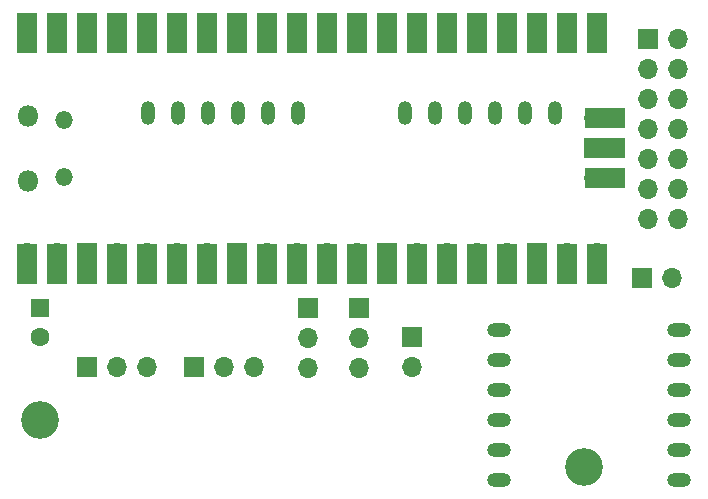
<source format=gbr>
%TF.GenerationSoftware,KiCad,Pcbnew,7.0.1*%
%TF.CreationDate,2023-08-24T13:32:00+02:00*%
%TF.ProjectId,gemma20Pico,67656d6d-6132-4305-9069-636f2e6b6963,1.3*%
%TF.SameCoordinates,Original*%
%TF.FileFunction,Soldermask,Top*%
%TF.FilePolarity,Negative*%
%FSLAX46Y46*%
G04 Gerber Fmt 4.6, Leading zero omitted, Abs format (unit mm)*
G04 Created by KiCad (PCBNEW 7.0.1) date 2023-08-24 13:32:00*
%MOMM*%
%LPD*%
G01*
G04 APERTURE LIST*
%ADD10O,1.200000X2.000000*%
%ADD11O,2.000000X1.200000*%
%ADD12R,1.700000X1.700000*%
%ADD13O,1.700000X1.700000*%
%ADD14C,3.200000*%
%ADD15R,1.600000X1.600000*%
%ADD16C,1.600000*%
%ADD17O,1.800000X1.800000*%
%ADD18O,1.500000X1.500000*%
%ADD19R,1.700000X3.500000*%
%ADD20R,3.500000X1.700000*%
G04 APERTURE END LIST*
D10*
%TO.C,J2-Prox0*%
X115360000Y-89500000D03*
X112820000Y-89500000D03*
X110280000Y-89500000D03*
X107740000Y-89500000D03*
X105200000Y-89500000D03*
X102660000Y-89500000D03*
%TD*%
%TO.C,J1-Prox1*%
X137120000Y-89500000D03*
X134580000Y-89500000D03*
X132040000Y-89500000D03*
X129500000Y-89500000D03*
X126960000Y-89500000D03*
X124420000Y-89500000D03*
%TD*%
D11*
%TO.C,U2-Motor-Control1*%
X132380000Y-107880000D03*
X132380000Y-110420000D03*
X132380000Y-112960000D03*
X132380000Y-115500000D03*
X132380000Y-118040000D03*
X132380000Y-120580000D03*
X147620000Y-120580000D03*
X147620000Y-118040000D03*
X147620000Y-115500000D03*
X147620000Y-112960000D03*
X147620000Y-110420000D03*
X147620000Y-107880000D03*
%TD*%
D12*
%TO.C,EXT1*%
X144960000Y-83260000D03*
D13*
X147500000Y-83260000D03*
X144960000Y-85800000D03*
X147500000Y-85800000D03*
X144960000Y-88340000D03*
X147500000Y-88340000D03*
X144960000Y-90880000D03*
X147500000Y-90880000D03*
X144960000Y-93420000D03*
X147500000Y-93420000D03*
X144960000Y-95960000D03*
X147500000Y-95960000D03*
X144960000Y-98500000D03*
X147500000Y-98500000D03*
%TD*%
D14*
%TO.C,REF\u002A\u002A*%
X139500000Y-119500000D03*
%TD*%
D15*
%TO.C,C1*%
X93500000Y-106000000D03*
D16*
X93500000Y-108500000D03*
%TD*%
D12*
%TO.C,J8-Pot1*%
X106500000Y-111000000D03*
D13*
X109040000Y-111000000D03*
X111580000Y-111000000D03*
%TD*%
D12*
%TO.C,J5-Servo1*%
X120500000Y-106021000D03*
D13*
X120500000Y-108561000D03*
X120500000Y-111101000D03*
%TD*%
D12*
%TO.C,J6-ECS1*%
X116170000Y-106019000D03*
D13*
X116170000Y-108559000D03*
X116170000Y-111099000D03*
%TD*%
D14*
%TO.C,REF\u002A\u002A*%
X93500000Y-115500000D03*
%TD*%
D12*
%TO.C,J4*%
X125000000Y-108500000D03*
D13*
X125000000Y-111040000D03*
%TD*%
D12*
%TO.C,J7-Pot2*%
X97475000Y-110975000D03*
D13*
X100015000Y-110975000D03*
X102555000Y-110975000D03*
%TD*%
D12*
%TO.C,J3-Motor1*%
X144460000Y-103500000D03*
D13*
X147000000Y-103500000D03*
%TD*%
D17*
%TO.C,U1-RPI-Pico1*%
X92500000Y-95225000D03*
D18*
X95530000Y-94925000D03*
X95530000Y-90075000D03*
D17*
X92500000Y-89775000D03*
D13*
X92370000Y-101390000D03*
D19*
X92370000Y-102290000D03*
D13*
X94910000Y-101390000D03*
D19*
X94910000Y-102290000D03*
D12*
X97450000Y-101390000D03*
D19*
X97450000Y-102290000D03*
D13*
X99990000Y-101390000D03*
D19*
X99990000Y-102290000D03*
D13*
X102530000Y-101390000D03*
D19*
X102530000Y-102290000D03*
D13*
X105070000Y-101390000D03*
D19*
X105070000Y-102290000D03*
D13*
X107610000Y-101390000D03*
D19*
X107610000Y-102290000D03*
D12*
X110150000Y-101390000D03*
D19*
X110150000Y-102290000D03*
D13*
X112690000Y-101390000D03*
D19*
X112690000Y-102290000D03*
D13*
X115230000Y-101390000D03*
D19*
X115230000Y-102290000D03*
D13*
X117770000Y-101390000D03*
D19*
X117770000Y-102290000D03*
D13*
X120310000Y-101390000D03*
D19*
X120310000Y-102290000D03*
D12*
X122850000Y-101390000D03*
D19*
X122850000Y-102290000D03*
D13*
X125390000Y-101390000D03*
D19*
X125390000Y-102290000D03*
D13*
X127930000Y-101390000D03*
D19*
X127930000Y-102290000D03*
D13*
X130470000Y-101390000D03*
D19*
X130470000Y-102290000D03*
D13*
X133010000Y-101390000D03*
D19*
X133010000Y-102290000D03*
D12*
X135550000Y-101390000D03*
D19*
X135550000Y-102290000D03*
D13*
X138090000Y-101390000D03*
D19*
X138090000Y-102290000D03*
D13*
X140630000Y-101390000D03*
D19*
X140630000Y-102290000D03*
D13*
X140630000Y-83610000D03*
D19*
X140630000Y-82710000D03*
D13*
X138090000Y-83610000D03*
D19*
X138090000Y-82710000D03*
D12*
X135550000Y-83610000D03*
D19*
X135550000Y-82710000D03*
D13*
X133010000Y-83610000D03*
D19*
X133010000Y-82710000D03*
D13*
X130470000Y-83610000D03*
D19*
X130470000Y-82710000D03*
D13*
X127930000Y-83610000D03*
D19*
X127930000Y-82710000D03*
D13*
X125390000Y-83610000D03*
D19*
X125390000Y-82710000D03*
D12*
X122850000Y-83610000D03*
D19*
X122850000Y-82710000D03*
D13*
X120310000Y-83610000D03*
D19*
X120310000Y-82710000D03*
D13*
X117770000Y-83610000D03*
D19*
X117770000Y-82710000D03*
D13*
X115230000Y-83610000D03*
D19*
X115230000Y-82710000D03*
D13*
X112690000Y-83610000D03*
D19*
X112690000Y-82710000D03*
D12*
X110150000Y-83610000D03*
D19*
X110150000Y-82710000D03*
D13*
X107610000Y-83610000D03*
D19*
X107610000Y-82710000D03*
D13*
X105070000Y-83610000D03*
D19*
X105070000Y-82710000D03*
D13*
X102530000Y-83610000D03*
D19*
X102530000Y-82710000D03*
D13*
X99990000Y-83610000D03*
D19*
X99990000Y-82710000D03*
D12*
X97450000Y-83610000D03*
D19*
X97450000Y-82710000D03*
D13*
X94910000Y-83610000D03*
D19*
X94910000Y-82710000D03*
D13*
X92370000Y-83610000D03*
D19*
X92370000Y-82710000D03*
D13*
X140400000Y-95040000D03*
D20*
X141300000Y-95040000D03*
D12*
X140400000Y-92500000D03*
D20*
X141300000Y-92500000D03*
D13*
X140400000Y-89960000D03*
D20*
X141300000Y-89960000D03*
%TD*%
M02*

</source>
